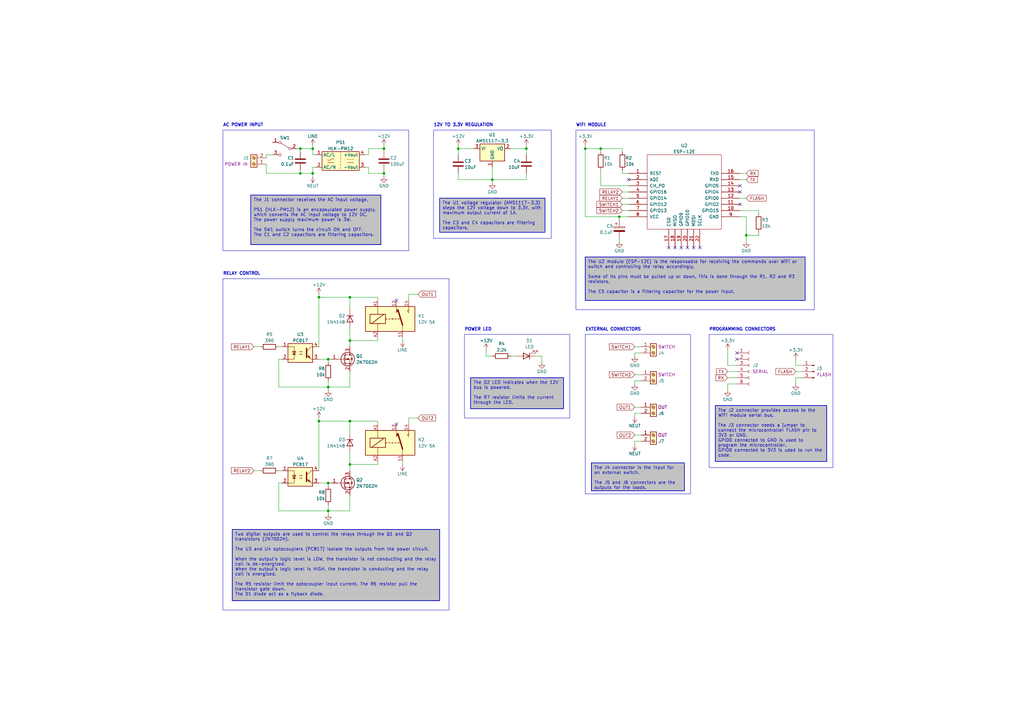
<source format=kicad_sch>
(kicad_sch (version 20230121) (generator eeschema)
  (paper "A3")
  (title_block (title "ON-OFF Module X2") (date "2024-05-09") (rev "1.0") (company "Alan Carvalho"))
  (lib_symbols
    (symbol "Connector:Conn_01x03_Pin" (pin_names (offset 1.016) hide)
      (property "Reference" "J" (at 0 5.08 0))
      (property "Value" "Conn_01x03_Pin" (at 0 -5.08 0))
      (symbol "Conn_01x03_Pin_1_1"
        (polyline (pts (xy 1.27 -2.54) (xy 0.8636 -2.54)) (stroke (width 0.1524)))
        (polyline (pts (xy 1.27 0) (xy 0.8636 0)) (stroke (width 0.1524)))
        (polyline (pts (xy 1.27 2.54) (xy 0.8636 2.54)) (stroke (width 0.1524)))
        (rectangle (start 0.8636 -2.413) (end 0 -2.667) (stroke (width 0.1524)) (fill (type outline)))
        (rectangle (start 0.8636 0.127) (end 0 -0.127) (stroke (width 0.1524)) (fill (type outline)))
        (rectangle (start 0.8636 2.667) (end 0 2.413) (stroke (width 0.1524)) (fill (type outline)))
        (pin passive line (at 5.08 2.54 180) (length 3.81) (name "Pin_1") (number "1"))
        (pin passive line (at 5.08 0 180) (length 3.81) (name "Pin_2") (number "2"))
        (pin passive line (at 5.08 -2.54 180) (length 3.81) (name "Pin_3") (number "3"))
      )
    )
    (symbol "Connector:Conn_01x06_Socket" (pin_names (offset 1.016) hide)
      (property "Reference" "J" (at 0 7.62 0))
      (property "Value" "Conn_01x06_Socket" (at 0 -10.16 0))
      (symbol "Conn_01x06_Socket_1_1"
        (arc (start 0 -7.112) (mid -0.5058 -7.62) (end 0 -8.128) (stroke (width 0.1524)))
        (arc (start 0 -4.572) (mid -0.5058 -5.08) (end 0 -5.588) (stroke (width 0.1524)))
        (arc (start 0 -2.032) (mid -0.5058 -2.54) (end 0 -3.048) (stroke (width 0.1524)))
        (polyline (pts (xy -1.27 -7.62) (xy -0.508 -7.62)) (stroke (width 0.1524)))
        (polyline (pts (xy -1.27 -5.08) (xy -0.508 -5.08)) (stroke (width 0.1524)))
        (polyline (pts (xy -1.27 -2.54) (xy -0.508 -2.54)) (stroke (width 0.1524)))
        (polyline (pts (xy -1.27 0) (xy -0.508 0)) (stroke (width 0.1524)))
        (polyline (pts (xy -1.27 2.54) (xy -0.508 2.54)) (stroke (width 0.1524)))
        (polyline (pts (xy -1.27 5.08) (xy -0.508 5.08)) (stroke (width 0.1524)))
        (arc (start 0 0.508) (mid -0.5058 0) (end 0 -0.508) (stroke (width 0.1524)))
        (arc (start 0 3.048) (mid -0.5058 2.54) (end 0 2.032) (stroke (width 0.1524)))
        (arc (start 0 5.588) (mid -0.5058 5.08) (end 0 4.572) (stroke (width 0.1524)))
        (pin passive line (at -5.08 5.08 0) (length 3.81) (name "Pin_1") (number "1"))
        (pin passive line (at -5.08 2.54 0) (length 3.81) (name "Pin_2") (number "2"))
        (pin passive line (at -5.08 0 0) (length 3.81) (name "Pin_3") (number "3"))
        (pin passive line (at -5.08 -2.54 0) (length 3.81) (name "Pin_4") (number "4"))
        (pin passive line (at -5.08 -5.08 0) (length 3.81) (name "Pin_5") (number "5"))
        (pin passive line (at -5.08 -7.62 0) (length 3.81) (name "Pin_6") (number "6"))
      )
    )
    (symbol "Connector:Screw_Terminal_01x02" (pin_names (offset 1.016) hide)
      (property "Reference" "J" (at 0 2.54 0))
      (property "Value" "Screw_Terminal_01x02" (at 0 -5.08 0))
      (symbol "Screw_Terminal_01x02_1_1"
        (rectangle (start -1.27 1.27) (end 1.27 -3.81) (stroke (width 0.254)) (fill (type background)))
        (circle (center 0 -2.54) (radius 0.635) (stroke (width 0.1524)))
        (polyline (pts (xy -0.5334 -2.2098) (xy 0.3302 -3.048)) (stroke (width 0.1524)))
        (polyline (pts (xy -0.5334 0.3302) (xy 0.3302 -0.508)) (stroke (width 0.1524)))
        (polyline (pts (xy -0.3556 -2.032) (xy 0.508 -2.8702)) (stroke (width 0.1524)))
        (polyline (pts (xy -0.3556 0.508) (xy 0.508 -0.3302)) (stroke (width 0.1524)))
        (circle (center 0 0) (radius 0.635) (stroke (width 0.1524)))
        (pin passive line (at -5.08 0 0) (length 3.81) (name "Pin_1") (number "1"))
        (pin passive line (at -5.08 -2.54 0) (length 3.81) (name "Pin_2") (number "2"))
      )
    )
    (symbol "Converter_ACDC:HLK-PM12"
      (property "Reference" "PS" (at 0 5.08 0))
      (property "Value" "HLK-PM12" (at 0 -5.08 0))
      (symbol "HLK-PM12_0_1"
        (rectangle (start -7.62 3.81) (end 7.62 -3.81) (stroke (width 0.254)) (fill (type background)))
        (arc (start -5.334 0.635) (mid -4.699 0.2495) (end -4.064 0.635))
        (arc (start -2.794 0.635) (mid -3.429 1.0072) (end -4.064 0.635))
        (polyline (pts (xy -5.334 -0.635) (xy -2.794 -0.635)))
        (polyline (pts (xy 0 -2.54) (xy 0 -3.175)))
        (polyline (pts (xy 0 -1.27) (xy 0 -1.905)))
        (polyline (pts (xy 0 0) (xy 0 -0.635)))
        (polyline (pts (xy 0 1.27) (xy 0 0.635)))
        (polyline (pts (xy 0 2.54) (xy 0 1.905)))
        (polyline (pts (xy 0 3.81) (xy 0 3.175)))
        (polyline (pts (xy 2.794 -0.635) (xy 5.334 -0.635)))
        (polyline (pts (xy 2.794 0.635) (xy 3.302 0.635)))
        (polyline (pts (xy 3.81 0.635) (xy 4.318 0.635)))
        (polyline (pts (xy 4.826 0.635) (xy 5.334 0.635)))
      )
      (symbol "HLK-PM12_1_1"
        (pin power_in line (at -10.16 2.54 0) (length 2.54) (name "AC/L") (number "1"))
        (pin power_in line (at -10.16 -2.54 0) (length 2.54) (name "AC/N") (number "2"))
        (pin power_out line (at 10.16 -2.54 180) (length 2.54) (name "-Vout") (number "3"))
        (pin power_out line (at 10.16 2.54 180) (length 2.54) (name "+Vout") (number "4"))
      )
    )
    (symbol "Device:C" (pin_numbers hide) (pin_names (offset 0.254))
      (property "Reference" "C" (at 0.635 2.54 0))
      (property "Value" "C" (at 0.635 -2.54 0))
      (symbol "C_0_1"
        (polyline (pts (xy -2.032 -0.762) (xy 2.032 -0.762)) (stroke (width 0.508)))
        (polyline (pts (xy -2.032 0.762) (xy 2.032 0.762)) (stroke (width 0.508)))
      )
      (symbol "C_1_1"
        (pin passive line (at 0 3.81 270) (length 2.794) (name "~") (number "1"))
        (pin passive line (at 0 -3.81 90) (length 2.794) (name "~") (number "2"))
      )
    )
    (symbol "Device:C_Polarized" (pin_numbers hide) (pin_names (offset 0.254))
      (property "Reference" "C" (at 0.635 2.54 0))
      (property "Value" "C_Polarized" (at 0.635 -2.54 0))
      (symbol "C_Polarized_0_1"
        (rectangle (start -2.286 0.508) (end 2.286 1.016))
        (polyline (pts (xy -1.778 2.286) (xy -0.762 2.286)))
        (polyline (pts (xy -1.27 2.794) (xy -1.27 1.778)))
        (rectangle (start 2.286 -0.508) (end -2.286 -1.016) (fill (type outline)))
      )
      (symbol "C_Polarized_1_1"
        (pin passive line (at 0 3.81 270) (length 2.794) (name "~") (number "1"))
        (pin passive line (at 0 -3.81 90) (length 2.794) (name "~") (number "2"))
      )
    )
    (symbol "Device:LED" (pin_numbers hide) (pin_names (offset 1.016) hide)
      (property "Reference" "D" (at 0 2.54 0))
      (property "Value" "LED" (at 0 -2.54 0))
      (symbol "LED_0_1"
        (polyline (pts (xy -1.27 -1.27) (xy -1.27 1.27)) (stroke (width 0.254)))
        (polyline (pts (xy -1.27 0) (xy 1.27 0)))
        (polyline (pts (xy 1.27 -1.27) (xy 1.27 1.27) (xy -1.27 0) (xy 1.27 -1.27)) (stroke (width 0.254)))
        (polyline (pts (xy -3.048 -0.762) (xy -4.572 -2.286) (xy -3.81 -2.286) (xy -4.572 -2.286) (xy -4.572 -1.524)))
        (polyline (pts (xy -1.778 -0.762) (xy -3.302 -2.286) (xy -2.54 -2.286) (xy -3.302 -2.286) (xy -3.302 -1.524)))
      )
      (symbol "LED_1_1"
        (pin passive line (at -3.81 0 0) (length 2.54) (name "K") (number "1"))
        (pin passive line (at 3.81 0 180) (length 2.54) (name "A") (number "2"))
      )
    )
    (symbol "Device:R" (pin_numbers hide) (pin_names (offset 0))
      (property "Reference" "R" (at 2.032 0 90))
      (property "Value" "R" (at 0 0 90))
      (symbol "R_0_1"
        (rectangle (start -1.016 -2.54) (end 1.016 2.54) (stroke (width 0.254)))
      )
      (symbol "R_1_1"
        (pin passive line (at 0 3.81 270) (length 1.27) (name "~") (number "1"))
        (pin passive line (at 0 -3.81 90) (length 1.27) (name "~") (number "2"))
      )
    )
    (symbol "Diode:1N4148" (pin_numbers hide) (pin_names hide)
      (property "Reference" "D" (at 0 2.54 0))
      (property "Value" "1N4148" (at 0 -2.54 0))
      (symbol "1N4148_0_1"
        (polyline (pts (xy -1.27 1.27) (xy -1.27 -1.27)) (stroke (width 0.254)))
        (polyline (pts (xy 1.27 0) (xy -1.27 0)))
        (polyline (pts (xy 1.27 1.27) (xy 1.27 -1.27) (xy -1.27 0) (xy 1.27 1.27)) (stroke (width 0.254)))
      )
      (symbol "1N4148_1_1"
        (pin passive line (at -3.81 0 0) (length 2.54) (name "K") (number "1"))
        (pin passive line (at 3.81 0 180) (length 2.54) (name "A") (number "2"))
      )
    )
    (symbol "ESP8266:ESP-12E" (pin_names (offset 1.016))
      (property "Reference" "U" (at 0 -2.54 0))
      (property "Value" "ESP-12E" (at 0 2.54 0))
      (symbol "ESP-12E_1_0"
        (rectangle (start -15.24 -15.24) (end 15.24 15.24))
      )
      (symbol "ESP-12E_1_1"
        (pin input line (at -22.86 7.62 0) (length 7.62) (name "REST") (number "1"))
        (pin bidirectional line (at 22.86 -7.62 180) (length 7.62) (name "GPIO15") (number "10"))
        (pin bidirectional line (at 22.86 -5.08 180) (length 7.62) (name "GPIO2") (number "11"))
        (pin bidirectional line (at 22.86 -2.54 180) (length 7.62) (name "GPIO0") (number "12"))
        (pin bidirectional line (at 22.86 0 180) (length 7.62) (name "GPIO4") (number "13"))
        (pin bidirectional line (at 22.86 2.54 180) (length 7.62) (name "GPIO5") (number "14"))
        (pin input line (at 22.86 5.08 180) (length 7.62) (name "RXD") (number "15"))
        (pin output line (at 22.86 7.62 180) (length 7.62) (name "TXD") (number "16"))
        (pin bidirectional line (at -6.35 -22.86 90) (length 7.62) (name "CS0") (number "17"))
        (pin bidirectional line (at -3.81 -22.86 90) (length 7.62) (name "MISO") (number "18"))
        (pin bidirectional line (at -1.27 -22.86 90) (length 7.62) (name "GPIO9") (number "19"))
        (pin passive line (at -22.86 5.08 0) (length 7.62) (name "ADC") (number "2"))
        (pin bidirectional line (at 1.27 -22.86 90) (length 7.62) (name "GPIO10") (number "20"))
        (pin bidirectional line (at 3.81 -22.86 90) (length 7.62) (name "MOSI") (number "21"))
        (pin bidirectional line (at 6.35 -22.86 90) (length 7.62) (name "SCLK") (number "22"))
        (pin input line (at -22.86 2.54 0) (length 7.62) (name "CH_PD") (number "3"))
        (pin bidirectional line (at -22.86 0 0) (length 7.62) (name "GPIO16") (number "4"))
        (pin bidirectional line (at -22.86 -2.54 0) (length 7.62) (name "GPIO14") (number "5"))
        (pin bidirectional line (at -22.86 -5.08 0) (length 7.62) (name "GPIO12") (number "6"))
        (pin bidirectional line (at -22.86 -7.62 0) (length 7.62) (name "GPIO13") (number "7"))
        (pin power_in line (at -22.86 -10.16 0) (length 7.62) (name "VCC") (number "8"))
        (pin power_in line (at 22.86 -10.16 180) (length 7.62) (name "GND") (number "9"))
      )
    )
    (symbol "Isolator:PC817" (pin_names (offset 1.016))
      (property "Reference" "U" (at -5.08 5.08 0))
      (property "Value" "PC817" (at 0 5.08 0))
      (symbol "PC817_0_1"
        (rectangle (start -5.08 3.81) (end 5.08 -3.81) (stroke (width 0.254)) (fill (type background)))
        (polyline (pts (xy -3.175 -0.635) (xy -1.905 -0.635)) (stroke (width 0.254)))
        (polyline (pts (xy 2.54 0.635) (xy 4.445 2.54)))
        (polyline (pts (xy 4.445 -2.54) (xy 2.54 -0.635)) (fill (type outline)))
        (polyline (pts (xy 4.445 -2.54) (xy 5.08 -2.54)))
        (polyline (pts (xy 4.445 2.54) (xy 5.08 2.54)))
        (polyline (pts (xy -5.08 2.54) (xy -2.54 2.54) (xy -2.54 -0.635)))
        (polyline (pts (xy -2.54 -0.635) (xy -2.54 -2.54) (xy -5.08 -2.54)))
        (polyline (pts (xy 2.54 1.905) (xy 2.54 -1.905) (xy 2.54 -1.905)) (stroke (width 0.508)))
        (polyline (pts (xy -2.54 -0.635) (xy -3.175 0.635) (xy -1.905 0.635) (xy -2.54 -0.635)) (stroke (width 0.254)))
        (polyline (pts (xy -0.508 -0.508) (xy 0.762 -0.508) (xy 0.381 -0.635) (xy 0.381 -0.381) (xy 0.762 -0.508)))
        (polyline (pts (xy -0.508 0.508) (xy 0.762 0.508) (xy 0.381 0.381) (xy 0.381 0.635) (xy 0.762 0.508)))
        (polyline (pts (xy 3.048 -1.651) (xy 3.556 -1.143) (xy 4.064 -2.159) (xy 3.048 -1.651) (xy 3.048 -1.651)) (fill (type outline)))
      )
      (symbol "PC817_1_1"
        (pin passive line (at -7.62 2.54 0) (length 2.54) (name "~") (number "1"))
        (pin passive line (at -7.62 -2.54 0) (length 2.54) (name "~") (number "2"))
        (pin passive line (at 7.62 -2.54 180) (length 2.54) (name "~") (number "3"))
        (pin passive line (at 7.62 2.54 180) (length 2.54) (name "~") (number "4"))
      )
    )
    (symbol "Regulator_Linear:AMS1117-3.3"
      (property "Reference" "U" (at -3.81 3.175 0))
      (property "Value" "AMS1117-3.3" (at 0 3.175 0))
      (symbol "AMS1117-3.3_0_1"
        (rectangle (start -5.08 -5.08) (end 5.08 1.905) (stroke (width 0.254)) (fill (type background)))
      )
      (symbol "AMS1117-3.3_1_1"
        (pin power_in line (at 0 -7.62 90) (length 2.54) (name "GND") (number "1"))
        (pin power_out line (at 7.62 0 180) (length 2.54) (name "VO") (number "2"))
        (pin power_in line (at -7.62 0 0) (length 2.54) (name "VI") (number "3"))
      )
    )
    (symbol "Relay:FINDER-36.11"
      (property "Reference" "K" (at 11.43 3.81 0))
      (property "Value" "FINDER-36.11" (at 11.43 1.27 0))
      (symbol "FINDER-36.11_0_0"
        (polyline (pts (xy 2.54 3.81) (xy 2.54 5.08)))
        (polyline (pts (xy 7.62 3.81) (xy 7.62 5.08)))
        (polyline (pts (xy 7.62 3.81) (xy 7.62 2.54) (xy 6.985 3.175) (xy 7.62 3.81)))
      )
      (symbol "FINDER-36.11_0_1"
        (rectangle (start -10.16 5.08) (end 10.16 -5.08) (stroke (width 0.254)) (fill (type background)))
        (rectangle (start -8.255 1.905) (end -1.905 -1.905) (stroke (width 0.254)))
        (polyline (pts (xy -7.62 -1.905) (xy -2.54 1.905)) (stroke (width 0.254)))
        (polyline (pts (xy -5.08 -5.08) (xy -5.08 -1.905)))
        (polyline (pts (xy -5.08 5.08) (xy -5.08 1.905)))
        (polyline (pts (xy -1.905 0) (xy -1.27 0)) (stroke (width 0.254)))
        (polyline (pts (xy -0.635 0) (xy 0 0)) (stroke (width 0.254)))
        (polyline (pts (xy 0.635 0) (xy 1.27 0)) (stroke (width 0.254)))
        (polyline (pts (xy 0.635 0) (xy 1.27 0)) (stroke (width 0.254)))
        (polyline (pts (xy 1.905 0) (xy 2.54 0)) (stroke (width 0.254)))
        (polyline (pts (xy 3.175 0) (xy 3.81 0)) (stroke (width 0.254)))
        (polyline (pts (xy 5.08 -2.54) (xy 3.175 3.81)) (stroke (width 0.508)))
        (polyline (pts (xy 5.08 -2.54) (xy 5.08 -5.08)))
        (polyline (pts (xy 2.54 2.54) (xy 3.175 3.175) (xy 2.54 3.81)) (fill (type outline)))
      )
      (symbol "FINDER-36.11_1_1"
        (pin passive line (at 5.08 -7.62 90) (length 2.54) (name "~") (number "11"))
        (pin passive line (at 2.54 7.62 270) (length 2.54) (name "~") (number "12"))
        (pin passive line (at 7.62 7.62 270) (length 2.54) (name "~") (number "14"))
        (pin passive line (at -5.08 7.62 270) (length 2.54) (name "~") (number "A1"))
        (pin passive line (at -5.08 -7.62 90) (length 2.54) (name "~") (number "A2"))
      )
    )
    (symbol "Switch:SW_SPDT" (pin_names (offset 0) hide)
      (property "Reference" "SW" (at 0 4.318 0))
      (property "Value" "SW_SPDT" (at 0 -5.08 0))
      (symbol "SW_SPDT_0_0"
        (circle (center -2.032 0) (radius 0.508))
        (circle (center 2.032 -2.54) (radius 0.508))
      )
      (symbol "SW_SPDT_0_1"
        (polyline (pts (xy -1.524 0.254) (xy 1.651 2.286)))
        (circle (center 2.032 2.54) (radius 0.508))
      )
      (symbol "SW_SPDT_1_1"
        (pin passive line (at 5.08 2.54 180) (length 2.54) (name "A") (number "1"))
        (pin passive line (at -5.08 0 0) (length 2.54) (name "B") (number "2"))
        (pin passive line (at 5.08 -2.54 180) (length 2.54) (name "C") (number "3"))
      )
    )
    (symbol "Transistor_FET:2N7002H" (pin_names hide)
      (property "Reference" "Q" (at 5.08 1.905 0))
      (property "Value" "2N7002H" (at 5.08 0 0))
      (symbol "2N7002H_0_1"
        (polyline (pts (xy 0.254 0) (xy -2.54 0)))
        (polyline (pts (xy 0.254 1.905) (xy 0.254 -1.905)) (stroke (width 0.254)))
        (polyline (pts (xy 0.762 -1.27) (xy 0.762 -2.286)) (stroke (width 0.254)))
        (polyline (pts (xy 0.762 0.508) (xy 0.762 -0.508)) (stroke (width 0.254)))
        (polyline (pts (xy 0.762 2.286) (xy 0.762 1.27)) (stroke (width 0.254)))
        (polyline (pts (xy 2.54 2.54) (xy 2.54 1.778)))
        (polyline (pts (xy 2.54 -2.54) (xy 2.54 0) (xy 0.762 0)))
        (polyline (pts (xy 0.762 -1.778) (xy 3.302 -1.778) (xy 3.302 1.778) (xy 0.762 1.778)))
        (polyline (pts (xy 1.016 0) (xy 2.032 0.381) (xy 2.032 -0.381) (xy 1.016 0)) (fill (type outline)))
        (polyline (pts (xy 2.794 0.508) (xy 2.921 0.381) (xy 3.683 0.381) (xy 3.81 0.254)))
        (polyline (pts (xy 3.302 0.381) (xy 2.921 -0.254) (xy 3.683 -0.254) (xy 3.302 0.381)))
        (circle (center 1.651 0) (radius 2.794) (stroke (width 0.254)))
        (circle (center 2.54 -1.778) (radius 0.254) (fill (type outline)))
        (circle (center 2.54 1.778) (radius 0.254) (fill (type outline)))
      )
      (symbol "2N7002H_1_1"
        (pin input line (at -5.08 0 0) (length 2.54) (name "G") (number "1"))
        (pin passive line (at 2.54 -5.08 90) (length 2.54) (name "S") (number "2"))
        (pin passive line (at 2.54 5.08 270) (length 2.54) (name "D") (number "3"))
      )
    )
    (symbol "power:+12V" (power) (pin_names (offset 0))
      (property "Value" "+12V" (at 0 3.556 0))
      (symbol "+12V_0_1"
        (polyline (pts (xy -0.762 1.27) (xy 0 2.54)))
        (polyline (pts (xy 0 0) (xy 0 2.54)))
        (polyline (pts (xy 0 2.54) (xy 0.762 1.27)))
      )
      (symbol "+12V_1_1"
        (pin power_in line (at 0 0 90) (length 0) hide (name "+12V") (number "1"))
      )
    )
    (symbol "power:+3.3V" (power) (pin_names (offset 0))
      (property "Value" "+3.3V" (at 0 3.556 0))
      (symbol "+3.3V_0_1"
        (polyline (pts (xy -0.762 1.27) (xy 0 2.54)))
        (polyline (pts (xy 0 0) (xy 0 2.54)))
        (polyline (pts (xy 0 2.54) (xy 0.762 1.27)))
      )
      (symbol "+3.3V_1_1"
        (pin power_in line (at 0 0 90) (length 0) hide (name "+3.3V") (number "1"))
      )
    )
    (symbol "power:GND" (power) (pin_names (offset 0))
      (property "Value" "GND" (at 0 -3.81 0))
      (symbol "GND_0_1"
        (polyline (pts (xy 0 0) (xy 0 -1.27) (xy 1.27 -1.27) (xy 0 -2.54) (xy -1.27 -1.27) (xy 0 -1.27)))
      )
      (symbol "GND_1_1"
        (pin power_in line (at 0 0 270) (length 0) hide (name "GND") (number "1"))
      )
    )
    (symbol "power:LINE" (power) (pin_names (offset 0))
      (property "Value" "LINE" (at 0 3.81 0))
      (symbol "LINE_0_1"
        (polyline (pts (xy -0.762 1.27) (xy 0 2.54)))
        (polyline (pts (xy 0 0) (xy 0 2.54)))
        (polyline (pts (xy 0 2.54) (xy 0.762 1.27)))
      )
      (symbol "LINE_1_1"
        (pin power_in line (at 0 0 90) (length 0) hide (name "LINE") (number "1"))
      )
    )
    (symbol "power:NEUT" (power) (pin_names (offset 0))
      (property "Value" "NEUT" (at 0 3.81 0))
      (symbol "NEUT_0_1"
        (polyline (pts (xy -0.762 1.27) (xy 0 2.54)))
        (polyline (pts (xy 0 0) (xy 0 2.54)))
        (polyline (pts (xy 0 2.54) (xy 0.762 1.27)))
      )
      (symbol "NEUT_1_1"
        (pin power_in line (at 0 0 90) (length 0) hide (name "NEUT") (number "1"))
      )
    )
  )
  (junction (at 215.9 60.96))
  (junction (at 123.19 60.96))
  (junction (at 143.51 139.7))
  (junction (at 123.19 71.12))
  (junction (at 134.62 147.32))
  (junction (at 246.38 60.96))
  (junction (at 306.07 96.52))
  (junction (at 240.03 60.96))
  (junction (at 128.27 60.96))
  (junction (at 128.27 71.12))
  (junction (at 134.62 158.75))
  (junction (at 130.81 121.92))
  (junction (at 134.62 198.12))
  (junction (at 201.93 73.66))
  (junction (at 187.96 60.96))
  (junction (at 134.62 209.55))
  (junction (at 143.51 172.72))
  (junction (at 143.51 121.92))
  (junction (at 130.81 172.72))
  (junction (at 254 88.9))
  (junction (at 157.48 60.96))
  (junction (at 157.48 71.12))
  (junction (at 143.51 190.5))
  (no_connect (at 302.26 144.78))
  (no_connect (at 287.02 101.6))
  (no_connect (at 303.53 78.74))
  (no_connect (at 279.4 101.6))
  (no_connect (at 302.26 147.32))
  (no_connect (at 274.32 101.6))
  (no_connect (at 281.94 101.6))
  (no_connect (at 284.48 101.6))
  (no_connect (at 162.56 123.19))
  (no_connect (at 162.56 173.99))
  (no_connect (at 303.53 83.82))
  (no_connect (at 303.53 76.2))
  (no_connect (at 276.86 101.6))
  (no_connect (at 257.81 73.66))
  (wire (pts (xy 134.62 147.32) (xy 134.62 148.59)))
  (wire (pts (xy 143.51 152.4) (xy 143.51 158.75)))
  (wire (pts (xy 154.94 121.92) (xy 154.94 123.19)))
  (wire (pts (xy 260.35 146.05) (xy 260.35 144.78)))
  (wire (pts (xy 130.81 198.12) (xy 134.62 198.12)))
  (wire (pts (xy 201.93 73.66) (xy 187.96 73.66)))
  (wire (pts (xy 311.15 95.25) (xy 311.15 96.52)))
  (wire (pts (xy 123.19 60.96) (xy 128.27 60.96)))
  (wire (pts (xy 306.07 96.52) (xy 311.15 96.52)))
  (wire (pts (xy 121.92 60.96) (xy 123.19 60.96)))
  (wire (pts (xy 143.51 127) (xy 143.51 121.92)))
  (wire (pts (xy 298.45 157.48) (xy 302.26 157.48)))
  (wire (pts (xy 154.94 189.23) (xy 154.94 190.5)))
  (wire (pts (xy 260.35 180.975) (xy 262.89 180.975)))
  (wire (pts (xy 143.51 185.42) (xy 143.51 190.5)))
  (wire (pts (xy 260.35 157.48) (xy 260.35 156.21)))
  (wire (pts (xy 306.07 88.9) (xy 303.53 88.9)))
  (wire (pts (xy 303.53 81.28) (xy 306.07 81.28)))
  (wire (pts (xy 128.27 63.5) (xy 129.54 63.5)))
  (wire (pts (xy 326.39 157.48) (xy 326.39 154.94)))
  (wire (pts (xy 128.27 59.69) (xy 128.27 60.96)))
  (wire (pts (xy 157.48 60.96) (xy 157.48 62.23)))
  (wire (pts (xy 114.3 193.04) (xy 115.57 193.04)))
  (wire (pts (xy 128.27 68.58) (xy 129.54 68.58)))
  (wire (pts (xy 303.53 73.66) (xy 306.07 73.66)))
  (wire (pts (xy 109.22 67.31) (xy 109.22 71.12)))
  (wire (pts (xy 167.64 171.45) (xy 171.45 171.45)))
  (wire (pts (xy 167.64 173.99) (xy 167.64 171.45)))
  (wire (pts (xy 130.81 172.72) (xy 130.81 193.04)))
  (wire (pts (xy 134.62 156.21) (xy 134.62 158.75)))
  (wire (pts (xy 123.19 60.96) (xy 123.19 62.23)))
  (wire (pts (xy 298.45 149.86) (xy 302.26 149.86)))
  (wire (pts (xy 255.27 71.12) (xy 255.27 69.85)))
  (wire (pts (xy 260.35 156.21) (xy 262.89 156.21)))
  (wire (pts (xy 326.39 154.94) (xy 328.93 154.94)))
  (wire (pts (xy 298.45 160.02) (xy 298.45 157.48)))
  (wire (pts (xy 187.96 60.96) (xy 194.31 60.96)))
  (wire (pts (xy 222.25 146.05) (xy 222.25 148.59)))
  (wire (pts (xy 157.48 60.96) (xy 157.48 59.69)))
  (wire (pts (xy 157.48 72.39) (xy 157.48 71.12)))
  (wire (pts (xy 326.39 152.4) (xy 328.93 152.4)))
  (wire (pts (xy 143.51 172.72) (xy 130.81 172.72)))
  (wire (pts (xy 134.62 158.75) (xy 143.51 158.75)))
  (wire (pts (xy 114.3 142.24) (xy 115.57 142.24)))
  (wire (pts (xy 143.51 139.7) (xy 154.94 139.7)))
  (wire (pts (xy 134.62 207.01) (xy 134.62 209.55)))
  (wire (pts (xy 187.96 59.69) (xy 187.96 60.96)))
  (wire (pts (xy 298.45 143.51) (xy 298.45 149.86)))
  (wire (pts (xy 306.07 96.52) (xy 306.07 88.9)))
  (wire (pts (xy 187.96 71.12) (xy 187.96 73.66)))
  (wire (pts (xy 255.27 83.82) (xy 257.81 83.82)))
  (wire (pts (xy 104.14 142.24) (xy 106.68 142.24)))
  (wire (pts (xy 201.93 73.66) (xy 201.93 74.93)))
  (wire (pts (xy 215.9 59.69) (xy 215.9 60.96)))
  (wire (pts (xy 257.81 71.12) (xy 255.27 71.12)))
  (wire (pts (xy 143.51 203.2) (xy 143.51 209.55)))
  (wire (pts (xy 257.81 76.2) (xy 246.38 76.2)))
  (wire (pts (xy 114.3 198.12) (xy 114.3 209.55)))
  (wire (pts (xy 143.51 172.72) (xy 154.94 172.72)))
  (wire (pts (xy 260.35 167.005) (xy 262.89 167.005)))
  (wire (pts (xy 143.51 190.5) (xy 154.94 190.5)))
  (wire (pts (xy 254 97.79) (xy 254 99.06)))
  (wire (pts (xy 219.71 146.05) (xy 222.25 146.05)))
  (wire (pts (xy 260.35 142.24) (xy 262.89 142.24)))
  (wire (pts (xy 130.81 171.45) (xy 130.81 172.72)))
  (wire (pts (xy 151.13 68.58) (xy 149.86 68.58)))
  (wire (pts (xy 246.38 76.2) (xy 246.38 69.85)))
  (wire (pts (xy 134.62 209.55) (xy 134.62 210.82)))
  (wire (pts (xy 151.13 63.5) (xy 149.86 63.5)))
  (wire (pts (xy 134.62 198.12) (xy 134.62 199.39)))
  (wire (pts (xy 255.27 86.36) (xy 257.81 86.36)))
  (wire (pts (xy 260.35 170.815) (xy 260.35 169.545)))
  (wire (pts (xy 134.62 209.55) (xy 143.51 209.55)))
  (wire (pts (xy 240.03 60.96) (xy 246.38 60.96)))
  (wire (pts (xy 201.93 68.58) (xy 201.93 73.66)))
  (wire (pts (xy 111.76 63.5) (xy 109.22 63.5)))
  (wire (pts (xy 306.07 99.06) (xy 306.07 96.52)))
  (wire (pts (xy 143.51 134.62) (xy 143.51 139.7)))
  (wire (pts (xy 130.81 147.32) (xy 134.62 147.32)))
  (wire (pts (xy 165.1 189.23) (xy 165.1 190.5)))
  (wire (pts (xy 246.38 60.96) (xy 255.27 60.96)))
  (wire (pts (xy 109.22 63.5) (xy 109.22 64.77)))
  (wire (pts (xy 326.39 147.32) (xy 326.39 149.86)))
  (wire (pts (xy 240.03 59.69) (xy 240.03 60.96)))
  (wire (pts (xy 260.35 144.78) (xy 262.89 144.78)))
  (wire (pts (xy 143.51 121.92) (xy 154.94 121.92)))
  (wire (pts (xy 255.27 78.74) (xy 257.81 78.74)))
  (wire (pts (xy 215.9 71.12) (xy 215.9 73.66)))
  (wire (pts (xy 115.57 198.12) (xy 114.3 198.12)))
  (wire (pts (xy 215.9 73.66) (xy 201.93 73.66)))
  (wire (pts (xy 154.94 138.43) (xy 154.94 139.7)))
  (wire (pts (xy 151.13 68.58) (xy 151.13 71.12)))
  (wire (pts (xy 215.9 63.5) (xy 215.9 60.96)))
  (wire (pts (xy 143.51 121.92) (xy 130.81 121.92)))
  (wire (pts (xy 167.64 123.19) (xy 167.64 120.65)))
  (wire (pts (xy 260.35 169.545) (xy 262.89 169.545)))
  (wire (pts (xy 123.19 71.12) (xy 128.27 71.12)))
  (wire (pts (xy 167.64 120.65) (xy 171.45 120.65)))
  (wire (pts (xy 240.03 88.9) (xy 254 88.9)))
  (wire (pts (xy 303.53 71.12) (xy 306.07 71.12)))
  (wire (pts (xy 260.35 153.67) (xy 262.89 153.67)))
  (wire (pts (xy 143.51 139.7) (xy 143.51 142.24)))
  (wire (pts (xy 151.13 60.96) (xy 157.48 60.96)))
  (wire (pts (xy 151.13 60.96) (xy 151.13 63.5)))
  (wire (pts (xy 311.15 87.63) (xy 311.15 86.36)))
  (wire (pts (xy 143.51 177.8) (xy 143.51 172.72)))
  (wire (pts (xy 199.39 146.05) (xy 199.39 143.51)))
  (wire (pts (xy 114.3 209.55) (xy 134.62 209.55)))
  (wire (pts (xy 157.48 69.85) (xy 157.48 71.12)))
  (wire (pts (xy 260.35 182.245) (xy 260.35 180.975)))
  (wire (pts (xy 143.51 190.5) (xy 143.51 193.04)))
  (wire (pts (xy 109.22 71.12) (xy 123.19 71.12)))
  (wire (pts (xy 128.27 60.96) (xy 128.27 63.5)))
  (wire (pts (xy 114.3 158.75) (xy 134.62 158.75)))
  (wire (pts (xy 104.14 193.04) (xy 106.68 193.04)))
  (wire (pts (xy 115.57 147.32) (xy 114.3 147.32)))
  (wire (pts (xy 114.3 147.32) (xy 114.3 158.75)))
  (wire (pts (xy 128.27 71.12) (xy 128.27 68.58)))
  (wire (pts (xy 240.03 60.96) (xy 240.03 88.9)))
  (wire (pts (xy 209.55 146.05) (xy 212.09 146.05)))
  (wire (pts (xy 134.62 158.75) (xy 134.62 160.02)))
  (wire (pts (xy 154.94 172.72) (xy 154.94 173.99)))
  (wire (pts (xy 215.9 60.96) (xy 209.55 60.96)))
  (wire (pts (xy 187.96 63.5) (xy 187.96 60.96)))
  (wire (pts (xy 130.81 120.65) (xy 130.81 121.92)))
  (wire (pts (xy 165.1 138.43) (xy 165.1 139.7)))
  (wire (pts (xy 134.62 147.32) (xy 135.89 147.32)))
  (wire (pts (xy 255.27 81.28) (xy 257.81 81.28)))
  (wire (pts (xy 326.39 149.86) (xy 328.93 149.86)))
  (wire (pts (xy 151.13 71.12) (xy 157.48 71.12)))
  (wire (pts (xy 311.15 86.36) (xy 303.53 86.36)))
  (wire (pts (xy 128.27 71.12) (xy 128.27 72.39)))
  (wire (pts (xy 134.62 198.12) (xy 135.89 198.12)))
  (wire (pts (xy 123.19 69.85) (xy 123.19 71.12)))
  (wire (pts (xy 201.93 146.05) (xy 199.39 146.05)))
  (wire (pts (xy 260.35 178.435) (xy 262.89 178.435)))
  (wire (pts (xy 255.27 62.23) (xy 255.27 60.96)))
  (wire (pts (xy 254 88.9) (xy 254 90.17)))
  (wire (pts (xy 298.45 152.4) (xy 302.26 152.4)))
  (wire (pts (xy 130.81 121.92) (xy 130.81 142.24)))
  (wire (pts (xy 254 88.9) (xy 257.81 88.9)))
  (wire (pts (xy 246.38 62.23) (xy 246.38 60.96)))
  (wire (pts (xy 298.45 154.94) (xy 302.26 154.94)))
  (rectangle (start 290.83 137.16) (end 341.63 191.77))
  (rectangle (start 177.8 53.34) (end 226.06 97.79))
  (rectangle (start 236.22 53.34) (end 334.01 127))
  (rectangle (start 240.03 137.16) (end 283.21 202.565))
  (rectangle (start 91.44 53.34) (end 167.64 102.87))
  (rectangle (start 190.5 137.16) (end 233.68 171.45))
  (rectangle (start 91.44 114.3) (end 184.15 250.19))
  (text_box "The J1 connector receives the AC input voltage.\n\nPS1 (HLK-PM12) is an encapsulated power supply, which converts the AC input voltage to 12V DC.\nThe power supply maximum power is 3W. \n\nThe SW1 switch turns the circuit ON and OFF. \nThe C1 and C2 capacitors are filtering capacitors." (at 102.87 80.01 0) (size 53.34 20.32) (stroke (width 0.3)) (fill (type color) (color 194 194 194 1)) (effects (font (size 1.27 1.27)) (justify left top)))
  (text_box "Two digital outputs are used to control the relays through the Q1 and Q2 transistors (2N7002H).\n\nThe U3 and U4 optocouplers (PC817) isolate the outputs from the power circuit.\n\nWhen the output's logic level is LOW, the transistor is not conducting and the relay coil is de-energized.\nWhen the output's logic level is HIGH, the transistor is conducting and the relay coil is energized.\n\nThe R5 resistor limit the optocoupler input current. The R6 resistor pull the transistor gate down.\nThe D1 diode act as a flyback diode." (at 95.25 217.17 0) (size 85.09 29.21) (stroke (width 0.3)) (fill (type color) (color 194 194 194 1)) (effects (font (size 1.27 1.27)) (justify left top)))
  (text_box "The J2 connector provides access to the WiFi module serial bus.\n\nThe J3 connector needs a jumper to connect the microcontroller FLASH pin to 3V3 or GND.\nGPIO0 connected to GND is used to program the microcontroller.\nGPIO0 connected to 3V3 is uded to run the code." (at 293.37 166.37 0) (size 45.72 22.86) (stroke (width 0.3)) (fill (type color) (color 194 194 194 1)) (effects (font (size 1.27 1.27)) (justify left top)))
  (text_box "The D2 LED indicates when the 12V bus is powered.\n\nThe R7 resistor limits the current through the LED." (at 193.04 154.94 0) (size 38.1 12.7) (stroke (width 0.3)) (fill (type color) (color 194 194 194 1)) (effects (font (size 1.27 1.27)) (justify left top)))
  (text_box "The U2 module (ESP-12E) is the responsable for receiving the commands over WiFi or switch and controlling the relay accordingly.\n\nSome of its pins must be pulled up or down. This is done through the R1, R2 and R3 resistors.\n\nThe C5 capacitor is a filtering capacitor for the power input." (at 240.03 105.41 0) (size 90.17 17.78) (stroke (width 0.3)) (fill (type color) (color 194 194 194 1)) (effects (font (size 1.27 1.27)) (justify left top)))
  (text_box "The U1 voltage regulator (AMS1117-3.3) steps the 12V voltage down to 3,3V, with maximum output current of 1A.\n \nThe C3 and C4 capacitors are filtering capacitors." (at 180.34 81.28 0) (size 43.18 13.97) (stroke (width 0.3)) (fill (type color) (color 194 194 194 1)) (effects (font (size 1.27 1.27)) (justify left top)))
  (text_box "The J4 connector is the input for an external switch.\n\nThe J5 and J6 connectors are the outputs for the loads." (at 242.57 189.865 0) (size 38.1 11.43) (stroke (width 0.3)) (fill (type color) (color 194 194 194 1)) (effects (font (size 1.27 1.27)) (justify left top)))
  (text "PROGRAMMING CONNECTORS" (at 290.83 135.89 0) (effects (font (size 1.27 1.27) (thickness 0.254) bold) (justify left bottom)))
  (text "RELAY CONTROL" (at 91.44 113.03 0) (effects (font (size 1.27 1.27) (thickness 0.254) bold) (justify left bottom)))
  (text "POWER LED" (at 190.5 135.89 0) (effects (font (size 1.27 1.27) (thickness 0.254) bold) (justify left bottom)))
  (text "AC POWER INPUT" (at 91.44 52.07 0) (effects (font (size 1.27 1.27) (thickness 0.254) bold) (justify left bottom)))
  (text "EXTERNAL CONNECTORS" (at 240.03 135.89 0) (effects (font (size 1.27 1.27) (thickness 0.254) bold) (justify left bottom)))
  (text "WIFI MODULE" (at 236.22 52.07 0) (effects (font (size 1.27 1.27) (thickness 0.254) bold) (justify left bottom)))
  (text "12V TO 3.3V REGULATION" (at 177.8 52.07 0) (effects (font (size 1.27 1.27) (thickness 0.254) bold) (justify left bottom)))
  (global_label "TX" (shape input) (at 306.07 73.66 0) (property "Intersheetrefs" "${INTERSHEET_REFS}" (effects hide)))
  (global_label "TX" (shape input) (at 298.45 152.4 180) (property "Intersheetrefs" "${INTERSHEET_REFS}" (effects hide)))
  (global_label "RELAY1" (shape input) (at 104.14 142.24 180) (property "Intersheetrefs" "${INTERSHEET_REFS}" (effects hide)))
  (global_label "SWITCH2" (shape input) (at 255.27 86.36 180) (property "Intersheetrefs" "${INTERSHEET_REFS}" (effects hide)))
  (global_label "OUT1" (shape input) (at 260.35 167.005 180) (property "Intersheetrefs" "${INTERSHEET_REFS}" (effects hide)))
  (global_label "SWITCH1" (shape input) (at 260.35 142.24 180) (property "Intersheetrefs" "${INTERSHEET_REFS}" (effects hide)))
  (global_label "RELAY2" (shape input) (at 104.14 193.04 180) (property "Intersheetrefs" "${INTERSHEET_REFS}" (effects hide)))
  (global_label "FLASH" (shape input) (at 326.39 152.4 180) (property "Intersheetrefs" "${INTERSHEET_REFS}" (effects hide)))
  (global_label "SWITCH1" (shape input) (at 255.27 83.82 180) (property "Intersheetrefs" "${INTERSHEET_REFS}" (effects hide)))
  (global_label "OUT1" (shape input) (at 171.45 120.65 0) (property "Intersheetrefs" "${INTERSHEET_REFS}" (effects hide)))
  (global_label "SWITCH2" (shape input) (at 260.35 153.67 180) (property "Intersheetrefs" "${INTERSHEET_REFS}" (effects hide)))
  (global_label "RELAY1" (shape input) (at 255.27 81.28 180) (property "Intersheetrefs" "${INTERSHEET_REFS}" (effects hide)))
  (global_label "OUT2" (shape input) (at 171.45 171.45 0) (property "Intersheetrefs" "${INTERSHEET_REFS}" (effects hide)))
  (global_label "FLASH" (shape input) (at 306.07 81.28 0) (property "Intersheetrefs" "${INTERSHEET_REFS}" (effects hide)))
  (global_label "OUT2" (shape input) (at 260.35 178.435 180) (property "Intersheetrefs" "${INTERSHEET_REFS}" (effects hide)))
  (global_label "RELAY2" (shape input) (at 255.27 78.74 180) (property "Intersheetrefs" "${INTERSHEET_REFS}" (effects hide)))
  (global_label "RX" (shape input) (at 298.45 154.94 180) (property "Intersheetrefs" "${INTERSHEET_REFS}" (effects hide)))
  (global_label "RX" (shape input) (at 306.07 71.12 0) (property "Intersheetrefs" "${INTERSHEET_REFS}" (effects hide)))
  (symbol (lib_id "Switch:SW_SPDT") (at 116.84 60.96 0) (mirror y) (unit 1)
    (property "Reference" "SW1" (at 116.84 56.515 0))
    (property "Value" "SW_SPDT" (effects hide))
    (property "Footprint" "MyLibrary:Toggle_Switch_SelfLocking_7x7" (effects hide))
  )
  (symbol (lib_id "Diode:1N4148") (at 143.51 181.61 270) (unit 1)
    (property "Reference" "D3" (at 141.605 180.34 90) (effects (justify right)))
    (property "Value" "1N4148" (at 141.605 182.88 90) (effects (justify right)))
    (property "Footprint" "Diode_SMD:D_SOD-323F" (effects hide))
    (property "Datasheet" "https://assets.nexperia.com/documents/data-sheet/1N4148_1N4448.pdf" (effects hide))
  )
  (symbol (lib_id "power:GND") (at 134.62 160.02 0) (unit 1)
    (property "Reference" "#PWR08" (effects hide))
    (property "Value" "GND" (at 134.62 163.83 0))
  )
  (symbol (lib_id "Device:R") (at 134.62 152.4 0) (unit 1)
    (property "Reference" "R6" (at 133.35 151.13 0) (effects (justify right)))
    (property "Value" "10k" (at 133.35 153.67 0) (effects (justify right)))
    (property "Footprint" "Resistor_SMD:R_0603_1608Metric" (effects hide))
    (property "Tolerance" "5%" (effects hide))
    (property "Power" "1/10W" (effects hide))
  )
  (symbol (lib_id "power:GND") (at 306.07 99.06 0) (unit 1)
    (property "Reference" "#PWR06" (effects hide))
    (property "Value" "GND" (at 306.07 102.87 0))
  )
  (symbol (lib_id "Relay:FINDER-36.11") (at 160.02 130.81 0) (unit 1)
    (property "Reference" "K1" (at 171.45 129.54 0) (effects (justify left)))
    (property "Value" "12V 5A" (at 171.45 132.08 0) (effects (justify left)))
    (property "Footprint" "Relay_THT:Relay_SPDT_Finder_36.11" (effects hide))
    (property "Datasheet" "https://gfinder.findernet.com/public/attachments/36/EN/S36EN.pdf" (effects hide))
  )
  (symbol (lib_id "Device:C_Polarized") (at 254 93.98 0) (unit 1)
    (property "Reference" "C5" (at 251.46 92.71 0) (effects (justify right)))
    (property "Value" "0.1uF" (at 251.46 95.25 0) (effects (justify right)))
    (property "Footprint" "Capacitor_SMD:C_0603_1608Metric" (effects hide))
    (property "Voltage" "6.3V" (effects hide))
  )
  (symbol (lib_id "Connector:Conn_01x06_Socket") (at 307.34 149.86 0) (unit 1)
    (property "Reference" "J2" (at 308.61 149.86 0) (effects (justify left)))
    (property "Value" "Conn_01x06_Socket" (effects hide))
    (property "Footprint" "Connector_PinHeader_2.54mm:PinHeader_1x06_P2.54mm_Vertical" (effects hide))
    (property "Description" "SERIAL" (at 308.61 152.4 0) (effects (justify left)))
  )
  (symbol (lib_id "Transistor_FET:2N7002H") (at 140.97 198.12 0) (unit 1)
    (property "Reference" "Q2" (at 146.05 196.85 0) (effects (justify left)))
    (property "Value" "2N7002H" (at 146.05 199.39 0) (effects (justify left)))
    (property "Footprint" "Package_TO_SOT_SMD:SOT-23" (effects hide))
    (property "Datasheet" "http://www.diodes.com/assets/Datasheets/2N7002H.pdf" (effects hide))
  )
  (symbol (lib_id "power:+12V") (at 130.81 171.45 0) (unit 1)
    (property "Reference" "#PWR014" (effects hide))
    (property "Value" "+12V" (at 130.81 167.64 0))
  )
  (symbol (lib_id "Connector:Conn_01x03_Pin") (at 334.01 152.4 0) (mirror y) (unit 1)
    (property "Reference" "J3" (at 337.185 151.13 0) (effects (justify left)))
    (property "Value" "Conn_01x03_Socket" (effects hide))
    (property "Footprint" "Connector_PinSocket_2.54mm:PinSocket_1x03_P2.54mm_Vertical" (effects hide))
    (property "Description" "FLASH" (at 340.995 153.67 0) (effects (justify left)))
  )
  (symbol (lib_id "Connector:Screw_Terminal_01x02") (at 267.97 178.435 0) (unit 1)
    (property "Reference" "J7" (at 272.415 180.975 0) (effects (justify right)))
    (property "Value" "Screw_Terminal_01x02" (effects hide))
    (property "Footprint" "TerminalBlock_Phoenix:TerminalBlock_Phoenix_MKDS-1,5-2-5.08_1x02_P5.08mm_Horizontal" (effects hide))
    (property "Description" "OUT" (at 273.685 178.435 0) (effects (justify right)))
  )
  (symbol (lib_id "Transistor_FET:2N7002H") (at 140.97 147.32 0) (unit 1)
    (property "Reference" "Q1" (at 146.05 146.05 0) (effects (justify left)))
    (property "Value" "2N7002H" (at 146.05 148.59 0) (effects (justify left)))
    (property "Footprint" "Package_TO_SOT_SMD:SOT-23" (effects hide))
    (property "Datasheet" "http://www.diodes.com/assets/Datasheets/2N7002H.pdf" (effects hide))
  )
  (symbol (lib_id "power:LINE") (at 128.27 59.69 0) (unit 1)
    (property "Reference" "#PWR03" (effects hide))
    (property "Value" "LINE" (at 128.27 55.88 0))
  )
  (symbol (lib_id "power:GND") (at 326.39 157.48 0) (unit 1)
    (property "Reference" "#PWR010" (effects hide))
    (property "Value" "GND" (at 326.39 161.29 0))
  )
  (symbol (lib_id "Device:LED") (at 215.9 146.05 180) (unit 1)
    (property "Reference" "D1" (at 217.17 139.7 0))
    (property "Value" "LED" (at 217.17 142.24 0))
    (property "Footprint" "LED_SMD:LED_0603_1608Metric" (effects hide))
    (property "Color" "Green" (effects hide))
  )
  (symbol (lib_id "Relay:FINDER-36.11") (at 160.02 181.61 0) (unit 1)
    (property "Reference" "K2" (at 171.45 180.34 0) (effects (justify left)))
    (property "Value" "12V 5A" (at 171.45 182.88 0) (effects (justify left)))
    (property "Footprint" "Relay_THT:Relay_SPDT_Finder_36.11" (effects hide))
    (property "Datasheet" "https://gfinder.findernet.com/public/attachments/36/EN/S36EN.pdf" (effects hide))
  )
  (symbol (lib_id "power:GND") (at 201.93 74.93 0) (unit 1)
    (property "Reference" "#PWR022" (effects hide))
    (property "Value" "GND" (at 201.93 78.74 0))
  )
  (symbol (lib_id "power:GND") (at 254 99.06 0) (unit 1)
    (property "Reference" "#PWR018" (effects hide))
    (property "Value" "GND" (at 254 102.87 0))
  )
  (symbol (lib_id "Regulator_Linear:AMS1117-3.3") (at 201.93 60.96 0) (unit 1)
    (property "Reference" "U1" (at 201.93 55.245 0))
    (property "Value" "AMS1117-3.3" (at 201.93 57.785 0))
    (property "Footprint" "Package_TO_SOT_SMD:SOT-223-3_TabPin2" (effects hide))
    (property "Datasheet" "http://www.advanced-monolithic.com/pdf/ds1117.pdf" (effects hide))
    (property "Power" "3.3W" (effects hide))
  )
  (symbol (lib_id "Device:R") (at 311.15 91.44 0) (unit 1)
    (property "Reference" "R3" (at 312.42 90.17 0) (effects (justify left)))
    (property "Value" "10k" (at 312.42 92.71 0) (effects (justify left)))
    (property "Footprint" "Resistor_SMD:R_0603_1608Metric" (effects hide))
    (property "Tolerance" "5%" (effects hide))
    (property "Power" "1/10W" (effects hide))
  )
  (symbol (lib_id "Device:R") (at 246.38 66.04 0) (unit 1)
    (property "Reference" "R1" (at 247.65 64.77 0) (effects (justify left)))
    (property "Value" "10k" (at 247.65 67.31 0) (effects (justify left)))
    (property "Footprint" "Resistor_SMD:R_0603_1608Metric" (effects hide))
    (property "Tolerance" "5%" (effects hide))
    (property "Power" "1/10W" (effects hide))
  )
  (symbol (lib_id "power:LINE") (at 165.1 139.7 180) (unit 1)
    (property "Reference" "#PWR012" (effects hide))
    (property "Value" "LINE" (at 165.1 143.51 0))
  )
  (symbol (lib_id "power:GND") (at 157.48 72.39 0) (unit 1)
    (property "Reference" "#PWR01" (effects hide))
    (property "Value" "GND" (at 157.48 76.2 0))
  )
  (symbol (lib_id "power:GND") (at 260.35 146.05 0) (unit 1)
    (property "Reference" "#PWR013" (effects hide))
    (property "Value" "GND" (at 260.35 149.86 0))
  )
  (symbol (lib_id "Converter_ACDC:HLK-PM12") (at 139.7 66.04 0) (unit 1)
    (property "Reference" "PS1" (at 139.7 58.42 0))
    (property "Value" "HLK-PM12" (at 139.7 60.96 0))
    (property "Footprint" "Converter_ACDC:Converter_ACDC_HiLink_HLK-PMxx" (effects hide))
    (property "Datasheet" "https://datasheet.lcsc.com/lcsc/1909111105_HI-LINK-HLK-PM24_C399250.pdf" (effects hide))
    (property "Power" "3W" (effects hide))
  )
  (symbol (lib_id "Diode:1N4148") (at 143.51 130.81 270) (unit 1)
    (property "Reference" "D2" (at 141.605 129.54 90) (effects (justify right)))
    (property "Value" "1N4148" (at 141.605 132.08 90) (effects (justify right)))
    (property "Footprint" "Diode_SMD:D_SOD-323F" (effects hide))
    (property "Datasheet" "https://assets.nexperia.com/documents/data-sheet/1N4148_1N4448.pdf" (effects hide))
  )
  (symbol (lib_id "Device:C") (at 123.19 66.04 0) (unit 1)
    (property "Reference" "C1" (at 120.65 64.77 0) (effects (justify right)))
    (property "Value" "0.1uF" (at 120.65 67.31 0) (effects (justify right)))
    (property "Footprint" "Capacitor_THT:C_Rect_L18.0mm_W6.0mm_P15.00mm_FKS3_FKP3" (effects hide))
    (property "Voltage" "275V" (effects hide))
  )
  (symbol (lib_id "Device:R") (at 110.49 142.24 270) (unit 1)
    (property "Reference" "R5" (at 110.49 137.16 90))
    (property "Value" "390" (at 110.49 139.7 90))
    (property "Footprint" "Resistor_SMD:R_0603_1608Metric" (effects hide))
    (property "Tolerance" "5%" (effects hide))
    (property "Power" "1/10W" (effects hide))
  )
  (symbol (lib_id "power:NEUT") (at 128.27 72.39 180) (unit 1)
    (property "Reference" "#PWR04" (effects hide))
    (property "Value" "NEUT" (at 128.27 76.2 0))
  )
  (symbol (lib_id "Device:C") (at 187.96 67.31 0) (unit 1)
    (property "Reference" "C3" (at 190.5 66.04 0) (effects (justify left)))
    (property "Value" "10uF" (at 190.5 68.58 0) (effects (justify left)))
    (property "Footprint" "Capacitor_Tantalum_SMD:CP_EIA-3216-18_Kemet-A" (effects hide))
    (property "Voltage" "16V" (effects hide))
  )
  (symbol (lib_id "power:+3.3V") (at 298.45 143.51 0) (unit 1)
    (property "Reference" "#PWR019" (effects hide))
    (property "Value" "+3.3V" (at 298.45 139.7 0))
  )
  (symbol (lib_id "ESP8266:ESP-12E") (at 280.67 78.74 0) (unit 1)
    (property "Reference" "U2" (at 280.67 59.69 0))
    (property "Value" "ESP-12E" (at 280.67 62.23 0))
    (property "Footprint" "ESP8266:ESP-12E_SMD" (effects hide))
    (property "Datasheet" "https://components101.com/sites/default/files/2021-09/ESP12E-Datasheet.pdf" (effects hide))
  )
  (symbol (lib_id "Device:C") (at 215.9 67.31 0) (unit 1)
    (property "Reference" "C4" (at 213.36 66.04 0) (effects (justify right)))
    (property "Value" "10uF" (at 213.36 68.58 0) (effects (justify right)))
    (property "Footprint" "Capacitor_Tantalum_SMD:CP_EIA-3216-18_Kemet-A" (effects hide))
    (property "Voltage" "6.3V" (effects hide))
  )
  (symbol (lib_id "Device:R") (at 205.74 146.05 270) (unit 1)
    (property "Reference" "R4" (at 205.74 140.97 90))
    (property "Value" "2.2k" (at 205.74 143.51 90))
    (property "Footprint" "Resistor_SMD:R_0603_1608Metric" (effects hide))
    (property "Tolerance" "5%" (effects hide))
    (property "Power" "1/10W" (effects hide))
  )
  (symbol (lib_id "power:+12V") (at 130.81 120.65 0) (unit 1)
    (property "Reference" "#PWR09" (effects hide))
    (property "Value" "+12V" (at 130.81 116.84 0))
  )
  (symbol (lib_id "Isolator:PC817") (at 123.19 144.78 0) (unit 1)
    (property "Reference" "U3" (at 123.19 137.16 0))
    (property "Value" "PC817" (at 123.19 139.7 0))
    (property "Footprint" "Package_DIP:SMDIP-4_W7.62mm" (effects hide))
    (property "Datasheet" "http://www.soselectronic.cz/a_info/resource/d/pc817.pdf" (effects hide))
  )
  (symbol (lib_id "power:GND") (at 260.35 157.48 0) (unit 1)
    (property "Reference" "#PWR026" (effects hide))
    (property "Value" "GND" (at 260.35 161.29 0))
  )
  (symbol (lib_id "power:+12V") (at 187.96 59.69 0) (unit 1)
    (property "Reference" "#PWR02" (effects hide))
    (property "Value" "+12V" (at 187.96 55.88 0))
  )
  (symbol (lib_id "Device:R") (at 255.27 66.04 0) (unit 1)
    (property "Reference" "R2" (at 256.54 64.77 0) (effects (justify left)))
    (property "Value" "10k" (at 256.54 67.31 0) (effects (justify left)))
    (property "Footprint" "Resistor_SMD:R_0603_1608Metric" (effects hide))
    (property "Tolerance" "5%" (effects hide))
    (property "Power" "1/10W" (effects hide))
  )
  (symbol (lib_id "Device:R") (at 134.62 203.2 0) (unit 1)
    (property "Reference" "R8" (at 133.35 201.93 0) (effects (justify right)))
    (property "Value" "10k" (at 133.35 204.47 0) (effects (justify right)))
    (property "Footprint" "Resistor_SMD:R_0603_1608Metric" (effects hide))
    (property "Tolerance" "5%" (effects hide))
    (property "Power" "1/10W" (effects hide))
  )
  (symbol (lib_id "Connector:Screw_Terminal_01x02") (at 267.97 153.67 0) (unit 1)
    (property "Reference" "J5" (at 272.415 156.21 0) (effects (justify right)))
    (property "Value" "Screw_Terminal_01x02" (effects hide))
    (property "Footprint" "TerminalBlock_Phoenix:TerminalBlock_Phoenix_MKDS-1,5-2-5.08_1x02_P5.08mm_Horizontal" (effects hide))
    (property "Description" "SWITCH" (at 269.875 153.67 0) (effects (justify left)))
  )
  (symbol (lib_id "power:GND") (at 298.45 160.02 0) (unit 1)
    (property "Reference" "#PWR020" (effects hide))
    (property "Value" "GND" (at 298.45 163.83 0))
  )
  (symbol (lib_id "power:+12V") (at 199.39 143.51 0) (unit 1)
    (property "Reference" "#PWR024" (effects hide))
    (property "Value" "+12V" (at 199.39 139.7 0))
  )
  (symbol (lib_id "power:GND") (at 134.62 210.82 0) (unit 1)
    (property "Reference" "#PWR015" (effects hide))
    (property "Value" "GND" (at 134.62 214.63 0))
  )
  (symbol (lib_id "power:+3.3V") (at 215.9 59.69 0) (unit 1)
    (property "Reference" "#PWR07" (effects hide))
    (property "Value" "+3.3V" (at 215.9 55.88 0))
  )
  (symbol (lib_id "Device:R") (at 110.49 193.04 270) (unit 1)
    (property "Reference" "R7" (at 110.49 187.96 90))
    (property "Value" "390" (at 110.49 190.5 90))
    (property "Footprint" "Resistor_SMD:R_0603_1608Metric" (effects hide))
    (property "Tolerance" "5%" (effects hide))
    (property "Power" "1/10W" (effects hide))
  )
  (symbol (lib_id "power:NEUT") (at 260.35 170.815 180) (unit 1)
    (property "Reference" "#PWR017" (effects hide))
    (property "Value" "NEUT" (at 260.35 174.625 0))
  )
  (symbol (lib_id "Connector:Screw_Terminal_01x02") (at 267.97 167.005 0) (unit 1)
    (property "Reference" "J6" (at 272.415 169.545 0) (effects (justify right)))
    (property "Value" "Screw_Terminal_01x02" (effects hide))
    (property "Footprint" "TerminalBlock_Phoenix:TerminalBlock_Phoenix_MKDS-1,5-2-5.08_1x02_P5.08mm_Horizontal" (effects hide))
    (property "Description" "OUT" (at 273.685 167.005 0) (effects (justify right)))
  )
  (symbol (lib_id "power:GND") (at 222.25 148.59 0) (unit 1)
    (property "Reference" "#PWR023" (effects hide))
    (property "Value" "GND" (at 222.25 152.4 0))
  )
  (symbol (lib_id "power:NEUT") (at 260.35 182.245 180) (unit 1)
    (property "Reference" "#PWR025" (effects hide))
    (property "Value" "NEUT" (at 260.35 186.055 0))
  )
  (symbol (lib_id "power:LINE") (at 165.1 190.5 180) (unit 1)
    (property "Reference" "#PWR016" (effects hide))
    (property "Value" "LINE" (at 165.1 194.31 0))
  )
  (symbol (lib_id "Device:C") (at 157.48 66.04 0) (unit 1)
    (property "Reference" "C2" (at 160.02 64.77 0) (effects (justify left)))
    (property "Value" "100uF" (at 160.02 67.31 0) (effects (justify left)))
    (property "Footprint" "Capacitor_SMD:CP_Elec_6.3x7.7" (effects hide))
    (property "Voltage" "16V" (effects hide))
  )
  (symbol (lib_id "Connector:Screw_Terminal_01x02") (at 267.97 142.24 0) (unit 1)
    (property "Reference" "J4" (at 272.415 144.78 0) (effects (justify right)))
    (property "Value" "Screw_Terminal_01x02" (effects hide))
    (property "Footprint" "TerminalBlock_Phoenix:TerminalBlock_Phoenix_MKDS-1,5-2-5.08_1x02_P5.08mm_Horizontal" (effects hide))
    (property "Description" "SWITCH" (at 269.875 142.24 0) (effects (justify left)))
  )
  (symbol (lib_id "Connector:Screw_Terminal_01x02") (at 104.14 67.31 180) (unit 1)
    (property "Reference" "J1" (at 99.695 64.77 0) (effects (justify right)))
    (property "Value" "Screw_Terminal_01x02" (effects hide))
    (property "Footprint" "TerminalBlock_Phoenix:TerminalBlock_Phoenix_MKDS-1,5-2-5.08_1x02_P5.08mm_Horizontal" (effects hide))
    (property "Description" "POWER IN" (at 92.075 67.31 0) (effects (justify right)))
  )
  (symbol (lib_id "power:+3.3V") (at 240.03 59.69 0) (unit 1)
    (property "Reference" "#PWR05" (effects hide))
    (property "Value" "+3.3V" (at 240.03 55.88 0))
  )
  (symbol (lib_id "power:+12V") (at 157.48 59.69 0) (unit 1)
    (property "Reference" "#PWR021" (effects hide))
    (property "Value" "+12V" (at 157.48 55.88 0))
  )
  (symbol (lib_id "Isolator:PC817") (at 123.19 195.58 0) (unit 1)
    (property "Reference" "U4" (at 123.19 187.96 0))
    (property "Value" "PC817" (at 123.19 190.5 0))
    (property "Footprint" "Package_DIP:SMDIP-4_W7.62mm" (effects hide))
    (property "Datasheet" "http://www.soselectronic.cz/a_info/resource/d/pc817.pdf" (effects hide))
  )
  (symbol (lib_id "power:+3.3V") (at 326.39 147.32 0) (unit 1)
    (property "Reference" "#PWR011" (effects hide))
    (property "Value" "+3.3V" (at 326.39 143.51 0))
  )
)
</source>
